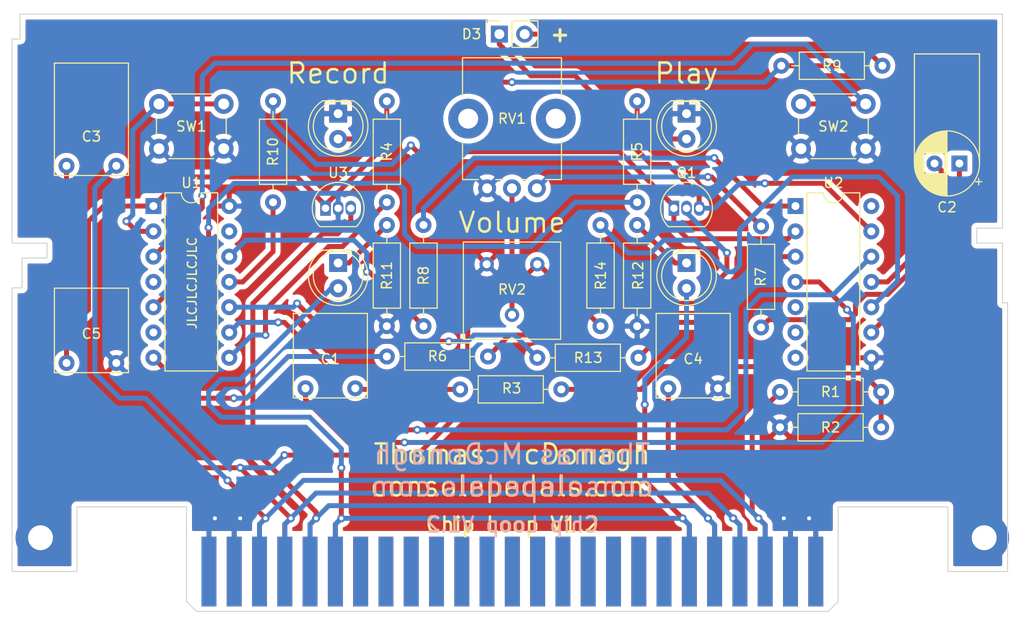
<source format=kicad_pcb>
(kicad_pcb (version 20171130) (host pcbnew "(5.1.7)-1")
  (layers (0 F.Cu signal) (31 B.Cu signal) (34 B.Paste user) (35 F.Paste user) (36 B.SilkS user) (37 F.SilkS user) (38 B.Mask user) (39 F.Mask user) (44 Edge.Cuts user))
  (net 0 "")
  (net 1 GND)
  (net 2 "Net-(C2-Pad1)")
  (net 3 /LEDPower)
  (net 4 /Input)
  (net 5 +9V)
  (net 6 +5V)
  (net 7 /REC)
  (net 8 "Net-(D1-Pad2)")
  (net 9 "Net-(D2-Pad2)")
  (net 10 "Net-(D3-Pad2)")
  (net 11 "Net-(D4-Pad1)")
  (net 12 "Net-(D5-Pad1)")
  (net 13 "Net-(Q1-Pad2)")
  (net 14 /PLAYE)
  (net 15 /LED_A)
  (net 16 /LED_B)
  (net 17 /Loop)
  (net 18 /SW_A)
  (net 19 /SW_B)
  (net 20 /FT)
  (net 21 /PLAYL)
  (net 22 "Net-(C1-Pad1)")
  (net 23 "Net-(C1-Pad2)")
  (net 24 "Net-(C2-Pad2)")
  (net 25 "Net-(D3-Pad1)")
  (net 26 "Net-(R1-Pad1)")
  (net 27 "Net-(R7-Pad1)")
  (net 28 /Output)
  (net 29 "Net-(Q1-Pad1)")
  (net 30 "Net-(R8-Pad1)")
  (net 31 "Net-(R13-Pad1)")
  (net 32 "Net-(R14-Pad2)")
  (net 33 "Net-(R14-Pad1)")
  (module Resistor_THT:R_Axial_DIN0207_L6.3mm_D2.5mm_P10.16mm_Horizontal (layer F.Cu) (at 120.142 101.346 90)
    (fp_text reference R11 (at 5.08 0 90) (layer F.SilkS))
    (fp_text value RLED)
    (pad 1 thru_hole circle (at 0 0 90) (size 1.6 1.6) (drill 0.8) (layers *.Cu *.Mask) (net 1 GND))
    (pad 2 thru_hole oval (at 10.16 0 90) (size 1.6 1.6) (drill 0.8) (layers *.Cu *.Mask) (net 11 "Net-(D4-Pad1)"))
  )
  (module LED_THT:LED_D5.0mm (layer F.Cu) (at 115.25 95 270)
    (fp_text reference D4 hide)
    (fp_text value LED)
    (pad 1 thru_hole rect (at 0 0 270) (size 1.8 1.8) (drill 0.9) (layers *.Cu *.Mask) (net 11 "Net-(D4-Pad1)"))
    (pad 2 thru_hole circle (at 2.54 0 270) (size 1.8 1.8) (drill 0.9) (layers *.Cu *.Mask) (net 3 /LEDPower))
  )
  (module LED_THT:LED_D5.0mm (layer F.Cu) (at 150.25 95 270)
    (fp_text reference D5 hide)
    (fp_text value LED)
    (pad 2 thru_hole circle (at 2.54 0 270) (size 1.8 1.8) (drill 0.9) (layers *.Cu *.Mask) (net 3 /LEDPower))
    (pad 1 thru_hole rect (at 0 0 270) (size 1.8 1.8) (drill 0.9) (layers *.Cu *.Mask) (net 12 "Net-(D5-Pad1)"))
  )
  (module MountingHole:MountingHole_2.5mm_Pad (layer F.Cu) (at 85.35 122.6)
    (fp_text reference H1 hide)
    (fp_text value MountingHole_Pad)
    (pad 1 thru_hole circle (at 0 0) (size 5 5) (drill 2.5) (layers *.Cu *.Mask) (net 1 GND))
  )
  (module MountingHole:MountingHole_2.5mm_Pad (layer F.Cu) (at 180.15 122.6)
    (fp_text reference H2 hide)
    (fp_text value MountingHole_Pad)
    (pad 1 thru_hole circle (at 0 0) (size 5 5) (drill 2.5) (layers *.Cu *.Mask) (net 1 GND))
  )
  (module libraries:N64-Connector-Wide (layer F.Cu) (at 132.75 126)
    (fp_text reference J2 hide)
    (fp_text value Conn_02x25_Counter_Clockwise)
    (pad 50 connect rect (at 30.48 0) (size 1.5 7) (layers B.Cu B.Mask) (net 1 GND))
    (pad 49 connect rect (at 27.94 0) (size 1.5 7) (layers B.Cu B.Mask) (net 1 GND))
    (pad 48 connect rect (at 25.4 0) (size 1.5 7) (layers B.Cu B.Mask) (net 4 /Input))
    (pad 47 connect rect (at 22.86 0) (size 1.5 7) (layers B.Cu B.Mask) (net 28 /Output))
    (pad 46 connect rect (at 20.32 0) (size 1.5 7) (layers B.Cu B.Mask) (net 5 +9V))
    (pad 45 connect rect (at 17.78 0) (size 1.5 7) (layers B.Cu B.Mask) (net 3 /LEDPower))
    (pad 44 connect rect (at 15.24 0) (size 1.5 7) (layers B.Cu B.Mask))
    (pad 43 connect rect (at 12.7 0) (size 1.5 7) (layers B.Cu B.Mask))
    (pad 42 connect rect (at 10.16 0) (size 1.5 7) (layers B.Cu B.Mask))
    (pad 41 connect rect (at 7.62 0) (size 1.5 7) (layers B.Cu B.Mask))
    (pad 40 connect rect (at 5.08 0) (size 1.5 7) (layers B.Cu B.Mask))
    (pad 39 connect rect (at 2.54 0) (size 1.5 7) (layers B.Cu B.Mask))
    (pad 38 connect rect (at 0 0) (size 1.5 7) (layers B.Cu B.Mask))
    (pad 37 connect rect (at -2.54 0) (size 1.5 7) (layers B.Cu B.Mask))
    (pad 36 connect rect (at -5.08 0) (size 1.5 7) (layers B.Cu B.Mask))
    (pad 35 connect rect (at -7.62 0) (size 1.5 7) (layers B.Cu B.Mask))
    (pad 34 connect rect (at -10.16 0) (size 1.5 7) (layers B.Cu B.Mask))
    (pad 33 connect rect (at -12.7 0) (size 1.5 7) (layers B.Cu B.Mask))
    (pad 32 connect rect (at -15.24 0) (size 1.5 7) (layers B.Cu B.Mask))
    (pad 31 connect rect (at -17.78 0) (size 1.5 7) (layers B.Cu B.Mask) (net 3 /LEDPower))
    (pad 30 connect rect (at -20.32 0) (size 1.5 7) (layers B.Cu B.Mask) (net 5 +9V))
    (pad 29 connect rect (at -22.86 0) (size 1.5 7) (layers B.Cu B.Mask) (net 28 /Output))
    (pad 28 connect rect (at -25.4 0) (size 1.5 7) (layers B.Cu B.Mask) (net 4 /Input))
    (pad 27 connect rect (at -27.94 0) (size 1.5 7) (layers B.Cu B.Mask) (net 1 GND))
    (pad 26 connect rect (at -30.48 0) (size 1.5 7) (layers B.Cu B.Mask) (net 1 GND))
    (pad 25 connect rect (at 30.48 0) (size 1.5 7) (layers F.Cu F.Mask) (net 1 GND))
    (pad 24 connect rect (at 27.94 0) (size 1.5 7) (layers F.Cu F.Mask) (net 1 GND))
    (pad 23 connect rect (at 25.4 0) (size 1.5 7) (layers F.Cu F.Mask) (net 4 /Input))
    (pad 22 connect rect (at 22.86 0) (size 1.5 7) (layers F.Cu F.Mask) (net 28 /Output))
    (pad 21 connect rect (at 20.32 0) (size 1.5 7) (layers F.Cu F.Mask) (net 5 +9V))
    (pad 20 connect rect (at 17.78 0) (size 1.5 7) (layers F.Cu F.Mask) (net 3 /LEDPower))
    (pad 19 connect rect (at 15.24 0) (size 1.5 7) (layers F.Cu F.Mask))
    (pad 18 connect rect (at 12.7 0) (size 1.5 7) (layers F.Cu F.Mask))
    (pad 17 connect rect (at 10.16 0) (size 1.5 7) (layers F.Cu F.Mask))
    (pad 16 connect rect (at 7.62 0) (size 1.5 7) (layers F.Cu F.Mask))
    (pad 15 connect rect (at 5.08 0) (size 1.5 7) (layers F.Cu F.Mask))
    (pad 14 connect rect (at 2.54 0) (size 1.5 7) (layers F.Cu F.Mask))
    (pad 13 connect rect (at 0 0) (size 1.5 7) (layers F.Cu F.Mask))
    (pad 12 connect rect (at -2.54 0) (size 1.5 7) (layers F.Cu F.Mask))
    (pad 11 connect rect (at -5.08 0) (size 1.5 7) (layers F.Cu F.Mask))
    (pad 10 connect rect (at -7.62 0) (size 1.5 7) (layers F.Cu F.Mask))
    (pad 9 connect rect (at -10.16 0) (size 1.5 7) (layers F.Cu F.Mask))
    (pad 8 connect rect (at -12.7 0) (size 1.5 7) (layers F.Cu F.Mask))
    (pad 7 connect rect (at -15.24 0) (size 1.5 7) (layers F.Cu F.Mask))
    (pad 6 connect rect (at -17.78 0) (size 1.5 7) (layers F.Cu F.Mask) (net 3 /LEDPower))
    (pad 5 connect rect (at -20.32 0) (size 1.5 7) (layers F.Cu F.Mask) (net 5 +9V))
    (pad 4 connect rect (at -22.86 0) (size 1.5 7) (layers F.Cu F.Mask) (net 28 /Output))
    (pad 3 connect rect (at -25.4 0) (size 1.5 7) (layers F.Cu F.Mask) (net 4 /Input))
    (pad 2 connect rect (at -27.94 0) (size 1.5 7) (layers F.Cu F.Mask) (net 1 GND))
    (pad 1 connect rect (at -30.48 0) (size 1.5 7) (layers F.Cu F.Mask) (net 1 GND))
  )
  (module libraries:C_Flat_L7.2_H6.5 (layer F.Cu) (at 153.416 107.188 180)
    (fp_text reference C4 (at 2.5 2.54) (layer F.SilkS))
    (fp_text value 0.33uF)
    (pad 1 thru_hole circle (at 0 -0.4 180) (size 1.6 1.6) (drill 0.8) (layers *.Cu *.Mask) (net 1 GND))
    (pad 2 thru_hole circle (at 5 -0.4 180) (size 1.6 1.6) (drill 0.8) (layers *.Cu *.Mask) (net 5 +9V))
  )
  (module libraries:C_Flat_L7.2_H6.5 (layer F.Cu) (at 92.964 104.648 180)
    (fp_text reference C5 (at 2.5 2.54) (layer F.SilkS))
    (fp_text value 0.1uF)
    (pad 2 thru_hole circle (at 5 -0.4 180) (size 1.6 1.6) (drill 0.8) (layers *.Cu *.Mask) (net 6 +5V))
    (pad 1 thru_hole circle (at 0 -0.4 180) (size 1.6 1.6) (drill 0.8) (layers *.Cu *.Mask) (net 1 GND))
  )
  (module LED_THT:LED_D5.0mm (layer F.Cu) (at 115.25 80 270)
    (fp_text reference D1 hide)
    (fp_text value LED)
    (pad 2 thru_hole circle (at 2.54 0 270) (size 1.8 1.8) (drill 0.9) (layers *.Cu *.Mask) (net 8 "Net-(D1-Pad2)"))
    (pad 1 thru_hole rect (at 0 0 270) (size 1.8 1.8) (drill 0.9) (layers *.Cu *.Mask) (net 1 GND))
  )
  (module LED_THT:LED_D5.0mm (layer F.Cu) (at 150.25 80 270)
    (fp_text reference D2 hide)
    (fp_text value LED)
    (pad 1 thru_hole rect (at 0 0 270) (size 1.8 1.8) (drill 0.9) (layers *.Cu *.Mask) (net 1 GND))
    (pad 2 thru_hole circle (at 2.54 0 270) (size 1.8 1.8) (drill 0.9) (layers *.Cu *.Mask) (net 9 "Net-(D2-Pad2)"))
  )
  (module Package_TO_SOT_THT:TO-92_Inline (layer F.Cu) (at 148.98 89.5)
    (fp_text reference Q1 (at 1.27 -3.56) (layer F.SilkS))
    (fp_text value 2N3904)
    (pad 2 thru_hole oval (at 1.27 0) (size 1.05 1.5) (drill 0.75) (layers *.Cu *.Mask) (net 13 "Net-(Q1-Pad2)"))
    (pad 3 thru_hole oval (at 2.54 0) (size 1.05 1.5) (drill 0.75) (layers *.Cu *.Mask) (net 25 "Net-(D3-Pad1)"))
    (pad 1 thru_hole rect (at 0 0) (size 1.05 1.5) (drill 0.75) (layers *.Cu *.Mask) (net 29 "Net-(Q1-Pad1)"))
  )
  (module Resistor_THT:R_Axial_DIN0207_L6.3mm_D2.5mm_P10.16mm_Horizontal (layer F.Cu) (at 159.766 75.184)
    (fp_text reference R9 (at 5.08 0.013999) (layer F.SilkS))
    (fp_text value RLED)
    (pad 2 thru_hole oval (at 10.16 0) (size 1.6 1.6) (drill 0.8) (layers *.Cu *.Mask) (net 10 "Net-(D3-Pad2)"))
    (pad 1 thru_hole circle (at 0 0) (size 1.6 1.6) (drill 0.8) (layers *.Cu *.Mask) (net 6 +5V))
  )
  (module Resistor_THT:R_Axial_DIN0207_L6.3mm_D2.5mm_P10.16mm_Horizontal (layer F.Cu) (at 120.142 88.9 90)
    (fp_text reference R4 (at 5.08 -0.000001 90) (layer F.SilkS))
    (fp_text value RLED)
    (pad 2 thru_hole oval (at 10.16 0 90) (size 1.6 1.6) (drill 0.8) (layers *.Cu *.Mask) (net 8 "Net-(D1-Pad2)"))
    (pad 1 thru_hole circle (at 0 0 90) (size 1.6 1.6) (drill 0.8) (layers *.Cu *.Mask) (net 15 /LED_A))
  )
  (module Resistor_THT:R_Axial_DIN0207_L6.3mm_D2.5mm_P10.16mm_Horizontal (layer F.Cu) (at 145.288 88.9 90)
    (fp_text reference R5 (at 5.08 -0.000001 90) (layer F.SilkS))
    (fp_text value RLED)
    (pad 1 thru_hole circle (at 0 0 90) (size 1.6 1.6) (drill 0.8) (layers *.Cu *.Mask) (net 16 /LED_B))
    (pad 2 thru_hole oval (at 10.16 0 90) (size 1.6 1.6) (drill 0.8) (layers *.Cu *.Mask) (net 9 "Net-(D2-Pad2)"))
  )
  (module Resistor_THT:R_Axial_DIN0207_L6.3mm_D2.5mm_P10.16mm_Horizontal (layer F.Cu) (at 130.302 104.394 180)
    (fp_text reference R6 (at 5.073999 0.027999) (layer F.SilkS))
    (fp_text value 1K)
    (pad 2 thru_hole oval (at 10.16 0 180) (size 1.6 1.6) (drill 0.8) (layers *.Cu *.Mask) (net 17 /Loop))
    (pad 1 thru_hole circle (at 0 0 180) (size 1.6 1.6) (drill 0.8) (layers *.Cu *.Mask) (net 13 "Net-(Q1-Pad2)"))
  )
  (module Resistor_THT:R_Axial_DIN0207_L6.3mm_D2.5mm_P10.16mm_Horizontal (layer F.Cu) (at 145.288 91.186 270)
    (fp_text reference R12 (at 5.08 -0.100001 90) (layer F.SilkS))
    (fp_text value RLED)
    (pad 1 thru_hole circle (at 0 0 270) (size 1.6 1.6) (drill 0.8) (layers *.Cu *.Mask) (net 12 "Net-(D5-Pad1)"))
    (pad 2 thru_hole oval (at 10.16 0 270) (size 1.6 1.6) (drill 0.8) (layers *.Cu *.Mask) (net 1 GND))
  )
  (module Potentiometer_THT:Potentiometer_Bourns_PTV09A-1_Single_Vertical (layer F.Cu) (at 135.215 87.5 90)
    (fp_text reference RV1 (at 7 -2.5 180) (layer F.SilkS))
    (fp_text value "500KL Volume")
    (pad 3 thru_hole circle (at 0 -5 90) (size 1.8 1.8) (drill 1) (layers *.Cu *.Mask) (net 1 GND))
    (pad 2 thru_hole circle (at 0 -2.5 90) (size 1.8 1.8) (drill 1) (layers *.Cu *.Mask) (net 28 /Output))
    (pad 1 thru_hole circle (at 0 0 90) (size 1.8 1.8) (drill 1) (layers *.Cu *.Mask) (net 27 "Net-(R7-Pad1)"))
    (pad "" np_thru_hole circle (at 7 -6.9 90) (size 4 4) (drill 2) (layers *.Cu *.Mask))
    (pad "" np_thru_hole circle (at 7 1.9 90) (size 4 4) (drill 2) (layers *.Cu *.Mask))
  )
  (module Button_Switch_THT:SW_PUSH_6mm (layer F.Cu) (at 97.25 79.02)
    (fp_text reference SW1 (at 3.25 2.26) (layer F.SilkS))
    (fp_text value SW_A)
    (pad 2 thru_hole circle (at 0 4.5 90) (size 2 2) (drill 1.1) (layers *.Cu *.Mask) (net 1 GND))
    (pad 1 thru_hole circle (at 0 0 90) (size 2 2) (drill 1.1) (layers *.Cu *.Mask) (net 18 /SW_A))
    (pad 2 thru_hole circle (at 6.5 4.5 90) (size 2 2) (drill 1.1) (layers *.Cu *.Mask) (net 1 GND))
    (pad 1 thru_hole circle (at 6.5 0 90) (size 2 2) (drill 1.1) (layers *.Cu *.Mask) (net 18 /SW_A))
  )
  (module Button_Switch_THT:SW_PUSH_6mm (layer F.Cu) (at 161.75 79.02)
    (fp_text reference SW2 (at 3.25 2.26) (layer F.SilkS))
    (fp_text value SW_B)
    (pad 1 thru_hole circle (at 6.5 0 90) (size 2 2) (drill 1.1) (layers *.Cu *.Mask) (net 19 /SW_B))
    (pad 2 thru_hole circle (at 6.5 4.5 90) (size 2 2) (drill 1.1) (layers *.Cu *.Mask) (net 1 GND))
    (pad 1 thru_hole circle (at 0 0 90) (size 2 2) (drill 1.1) (layers *.Cu *.Mask) (net 19 /SW_B))
    (pad 2 thru_hole circle (at 0 4.5 90) (size 2 2) (drill 1.1) (layers *.Cu *.Mask) (net 1 GND))
  )
  (module Package_DIP:DIP-14_W7.62mm (layer F.Cu) (at 96.69 89.281)
    (fp_text reference U1 (at 3.81 -2.33) (layer F.SilkS))
    (fp_text value ATtiny84A-PU)
    (pad 1 thru_hole rect (at 0 0) (size 1.6 1.6) (drill 0.8) (layers *.Cu *.Mask) (net 6 +5V))
    (pad 8 thru_hole oval (at 7.62 15.24) (size 1.6 1.6) (drill 0.8) (layers *.Cu *.Mask) (net 15 /LED_A))
    (pad 2 thru_hole oval (at 0 2.54) (size 1.6 1.6) (drill 0.8) (layers *.Cu *.Mask) (net 18 /SW_A))
    (pad 9 thru_hole oval (at 7.62 12.7) (size 1.6 1.6) (drill 0.8) (layers *.Cu *.Mask) (net 20 /FT))
    (pad 3 thru_hole oval (at 0 5.08) (size 1.6 1.6) (drill 0.8) (layers *.Cu *.Mask) (net 19 /SW_B))
    (pad 10 thru_hole oval (at 7.62 10.16) (size 1.6 1.6) (drill 0.8) (layers *.Cu *.Mask) (net 21 /PLAYL))
    (pad 4 thru_hole oval (at 0 7.62) (size 1.6 1.6) (drill 0.8) (layers *.Cu *.Mask))
    (pad 11 thru_hole oval (at 7.62 7.62) (size 1.6 1.6) (drill 0.8) (layers *.Cu *.Mask) (net 14 /PLAYE))
    (pad 5 thru_hole oval (at 0 10.16) (size 1.6 1.6) (drill 0.8) (layers *.Cu *.Mask) (net 16 /LED_B))
    (pad 12 thru_hole oval (at 7.62 5.08) (size 1.6 1.6) (drill 0.8) (layers *.Cu *.Mask) (net 7 /REC))
    (pad 6 thru_hole oval (at 0 12.7) (size 1.6 1.6) (drill 0.8) (layers *.Cu *.Mask))
    (pad 13 thru_hole oval (at 7.62 2.54) (size 1.6 1.6) (drill 0.8) (layers *.Cu *.Mask))
    (pad 7 thru_hole oval (at 0 15.24) (size 1.6 1.6) (drill 0.8) (layers *.Cu *.Mask) (net 17 /Loop))
    (pad 14 thru_hole oval (at 7.62 0) (size 1.6 1.6) (drill 0.8) (layers *.Cu *.Mask) (net 1 GND))
  )
  (module Package_DIP:DIP-14_W7.62mm (layer F.Cu) (at 161.19 89.281)
    (fp_text reference U2 (at 3.81 -2.33) (layer F.SilkS))
    (fp_text value ISD1820P)
    (pad 14 thru_hole oval (at 7.62 0) (size 1.6 1.6) (drill 0.8) (layers *.Cu *.Mask))
    (pad 7 thru_hole oval (at 0 15.24) (size 1.6 1.6) (drill 0.8) (layers *.Cu *.Mask))
    (pad 13 thru_hole oval (at 7.62 2.54) (size 1.6 1.6) (drill 0.8) (layers *.Cu *.Mask) (net 25 "Net-(D3-Pad1)"))
    (pad 6 thru_hole oval (at 0 12.7) (size 1.6 1.6) (drill 0.8) (layers *.Cu *.Mask))
    (pad 12 thru_hole oval (at 7.62 5.08) (size 1.6 1.6) (drill 0.8) (layers *.Cu *.Mask) (net 20 /FT))
    (pad 5 thru_hole oval (at 0 10.16) (size 1.6 1.6) (drill 0.8) (layers *.Cu *.Mask))
    (pad 11 thru_hole oval (at 7.62 7.62) (size 1.6 1.6) (drill 0.8) (layers *.Cu *.Mask) (net 6 +5V))
    (pad 4 thru_hole oval (at 0 7.62) (size 1.6 1.6) (drill 0.8) (layers *.Cu *.Mask) (net 23 "Net-(C1-Pad2)"))
    (pad 10 thru_hole oval (at 7.62 10.16) (size 1.6 1.6) (drill 0.8) (layers *.Cu *.Mask) (net 32 "Net-(R14-Pad2)"))
    (pad 3 thru_hole oval (at 0 5.08) (size 1.6 1.6) (drill 0.8) (layers *.Cu *.Mask) (net 31 "Net-(R13-Pad1)"))
    (pad 9 thru_hole oval (at 7.62 12.7) (size 1.6 1.6) (drill 0.8) (layers *.Cu *.Mask) (net 2 "Net-(C2-Pad1)"))
    (pad 2 thru_hole oval (at 0 2.54) (size 1.6 1.6) (drill 0.8) (layers *.Cu *.Mask) (net 29 "Net-(Q1-Pad1)"))
    (pad 8 thru_hole oval (at 7.62 15.24) (size 1.6 1.6) (drill 0.8) (layers *.Cu *.Mask) (net 1 GND))
    (pad 1 thru_hole rect (at 0 0) (size 1.6 1.6) (drill 0.8) (layers *.Cu *.Mask) (net 30 "Net-(R8-Pad1)"))
  )
  (module Connector_PinSocket_2.54mm:PinSocket_1x02_P2.54mm_Vertical (layer F.Cu) (at 131.445 72.009 90)
    (fp_text reference D3 (at 0 -2.794 180) (layer F.SilkS))
    (fp_text value LED)
    (pad 1 thru_hole rect (at 0 0 90) (size 1.7 1.7) (drill 1) (layers *.Cu *.Mask) (net 25 "Net-(D3-Pad1)"))
    (pad 2 thru_hole oval (at 0 2.54 90) (size 1.7 1.7) (drill 1) (layers *.Cu *.Mask) (net 10 "Net-(D3-Pad2)"))
  )
  (module Package_TO_SOT_THT:TO-92_Inline (layer F.Cu) (at 113.98 89.5)
    (fp_text reference U3 (at 1.27 -3.56) (layer F.SilkS))
    (fp_text value L78L05_TO92)
    (pad 2 thru_hole oval (at 1.27 0) (size 1.05 1.5) (drill 0.75) (layers *.Cu *.Mask) (net 1 GND))
    (pad 3 thru_hole oval (at 2.54 0) (size 1.05 1.5) (drill 0.75) (layers *.Cu *.Mask) (net 5 +9V))
    (pad 1 thru_hole rect (at 0 0) (size 1.05 1.5) (drill 0.75) (layers *.Cu *.Mask) (net 6 +5V))
  )
  (module libraries:C_Flat_L7.2_H6.5 (layer F.Cu) (at 116.967 107.188 180)
    (fp_text reference C1 (at 2.5 2.54) (layer F.SilkS))
    (fp_text value 0.1uF)
    (pad 1 thru_hole circle (at 0 -0.4 180) (size 1.6 1.6) (drill 0.8) (layers *.Cu *.Mask) (net 22 "Net-(C1-Pad1)"))
    (pad 2 thru_hole circle (at 5 -0.4 180) (size 1.6 1.6) (drill 0.8) (layers *.Cu *.Mask) (net 23 "Net-(C1-Pad2)"))
  )
  (module libraries:CP_Radial_D6.3mm_P2.50mm (layer F.Cu) (at 177.66 85 180)
    (fp_text reference C2 (at 1.25 -4.4) (layer F.SilkS))
    (fp_text value 100uF)
    (pad 1 thru_hole rect (at 0 0 180) (size 1.6 1.6) (drill 0.8) (layers *.Cu *.Mask) (net 2 "Net-(C2-Pad1)"))
    (pad 2 thru_hole circle (at 2.5 0 180) (size 1.6 1.6) (drill 0.8) (layers *.Cu *.Mask) (net 24 "Net-(C2-Pad2)"))
  )
  (module Resistor_THT:R_Axial_DIN0207_L6.3mm_D2.5mm_P10.16mm_Horizontal (layer F.Cu) (at 169.799 107.95 180)
    (fp_text reference R1 (at 5.08 -0.001001) (layer F.SilkS))
    (fp_text value 47K)
    (pad 2 thru_hole oval (at 10.16 0 180) (size 1.6 1.6) (drill 0.8) (layers *.Cu *.Mask) (net 4 /Input))
    (pad 1 thru_hole circle (at 0 0 180) (size 1.6 1.6) (drill 0.8) (layers *.Cu *.Mask) (net 26 "Net-(R1-Pad1)"))
  )
  (module Resistor_THT:R_Axial_DIN0207_L6.3mm_D2.5mm_P10.16mm_Horizontal (layer F.Cu) (at 159.639 111.506)
    (fp_text reference R2 (at 5.08 0.012999) (layer F.SilkS))
    (fp_text value 1K)
    (pad 1 thru_hole circle (at 0 0) (size 1.6 1.6) (drill 0.8) (layers *.Cu *.Mask) (net 1 GND))
    (pad 2 thru_hole oval (at 10.16 0) (size 1.6 1.6) (drill 0.8) (layers *.Cu *.Mask) (net 26 "Net-(R1-Pad1)"))
  )
  (module Resistor_THT:R_Axial_DIN0207_L6.3mm_D2.5mm_P10.16mm_Horizontal (layer F.Cu) (at 127.508 107.696)
    (fp_text reference R3 (at 5.168999 -0.100001) (layer F.SilkS))
    (fp_text value 47K)
    (pad 2 thru_hole oval (at 10.16 0) (size 1.6 1.6) (drill 0.8) (layers *.Cu *.Mask) (net 26 "Net-(R1-Pad1)"))
    (pad 1 thru_hole circle (at 0 0) (size 1.6 1.6) (drill 0.8) (layers *.Cu *.Mask) (net 22 "Net-(C1-Pad1)"))
  )
  (module Resistor_THT:R_Axial_DIN0207_L6.3mm_D2.5mm_P10.16mm_Horizontal (layer F.Cu) (at 157.734 91.313 270)
    (fp_text reference R7 (at 5.08 0.040999 90) (layer F.SilkS))
    (fp_text value 1K)
    (pad 1 thru_hole circle (at 0 0 270) (size 1.6 1.6) (drill 0.8) (layers *.Cu *.Mask) (net 27 "Net-(R7-Pad1)"))
    (pad 2 thru_hole oval (at 10.16 0 270) (size 1.6 1.6) (drill 0.8) (layers *.Cu *.Mask) (net 24 "Net-(C2-Pad2)"))
  )
  (module libraries:C_Flat_L7.2_H10 (layer F.Cu) (at 92.964 84.836 180)
    (fp_text reference C3 (at 2.5 2.54) (layer F.SilkS))
    (fp_text value 1uF)
    (pad 1 thru_hole circle (at 0 -0.4 180) (size 1.6 1.6) (drill 0.8) (layers *.Cu *.Mask) (net 4 /Input))
    (pad 2 thru_hole circle (at 5 -0.4 180) (size 1.6 1.6) (drill 0.8) (layers *.Cu *.Mask) (net 28 /Output))
  )
  (module Resistor_THT:R_Axial_DIN0207_L6.3mm_D2.5mm_P10.16mm_Horizontal (layer F.Cu) (at 123.825 91.186 270)
    (fp_text reference R8 (at 5.08 -0.001001 90) (layer F.SilkS))
    (fp_text value 47K)
    (pad 1 thru_hole circle (at 0 0 270) (size 1.6 1.6) (drill 0.8) (layers *.Cu *.Mask) (net 30 "Net-(R8-Pad1)"))
    (pad 2 thru_hole oval (at 10.16 0 270) (size 1.6 1.6) (drill 0.8) (layers *.Cu *.Mask) (net 7 /REC))
  )
  (module Resistor_THT:R_Axial_DIN0207_L6.3mm_D2.5mm_P10.16mm_Horizontal (layer F.Cu) (at 108.712 78.74 270)
    (fp_text reference R10 (at 5.08 0.012999 90) (layer F.SilkS))
    (fp_text value 47K)
    (pad 2 thru_hole oval (at 10.16 0 270) (size 1.6 1.6) (drill 0.8) (layers *.Cu *.Mask) (net 14 /PLAYE))
    (pad 1 thru_hole circle (at 0 0 270) (size 1.6 1.6) (drill 0.8) (layers *.Cu *.Mask) (net 29 "Net-(Q1-Pad1)"))
  )
  (module Resistor_THT:R_Axial_DIN0207_L6.3mm_D2.5mm_P10.16mm_Horizontal (layer F.Cu) (at 145.415 104.521 180)
    (fp_text reference R13 (at 5.045999 -0.001001) (layer F.SilkS))
    (fp_text value 47K)
    (pad 1 thru_hole circle (at 0 0 180) (size 1.6 1.6) (drill 0.8) (layers *.Cu *.Mask) (net 31 "Net-(R13-Pad1)"))
    (pad 2 thru_hole oval (at 10.16 0 180) (size 1.6 1.6) (drill 0.8) (layers *.Cu *.Mask) (net 21 /PLAYL))
  )
  (module Resistor_THT:R_Axial_DIN0207_L6.3mm_D2.5mm_P10.16mm_Horizontal (layer F.Cu) (at 141.605 101.346 90)
    (fp_text reference R14 (at 5.08 0.026999 90) (layer F.SilkS))
    (fp_text value 82K)
    (pad 2 thru_hole oval (at 10.16 0 90) (size 1.6 1.6) (drill 0.8) (layers *.Cu *.Mask) (net 32 "Net-(R14-Pad2)"))
    (pad 1 thru_hole circle (at 0 0 90) (size 1.6 1.6) (drill 0.8) (layers *.Cu *.Mask) (net 33 "Net-(R14-Pad1)"))
  )
  (module Potentiometer_THT:Potentiometer_Bourns_3386F_Vertical (layer F.Cu) (at 130.175 95.123 270)
    (fp_text reference RV2 (at 2.54 -2.54 180) (layer F.SilkS))
    (fp_text value 100K)
    (pad 3 thru_hole circle (at 0 -5.08 270) (size 1.44 1.44) (drill 0.8) (layers *.Cu *.Mask) (net 33 "Net-(R14-Pad1)"))
    (pad 2 thru_hole circle (at 5.08 -2.54 270) (size 1.44 1.44) (drill 0.8) (layers *.Cu *.Mask) (net 33 "Net-(R14-Pad1)"))
    (pad 1 thru_hole circle (at 0 0 270) (size 1.44 1.44) (drill 0.8) (layers *.Cu *.Mask) (net 1 GND))
  )
  (gr_text + (at 137.541 72.009) (layer F.SilkS) (effects (font (size 1.5 1.5) (thickness 0.3))))
  (gr_text Play (at 150.25 75.946) (layer F.SilkS) (effects (font (size 2 2) (thickness 0.25))))
  (gr_text Record (at 115.25 75.946) (layer F.SilkS) (effects (font (size 2 2) (thickness 0.25))))
  (gr_text Volume (at 132.715 90.932) (layer F.SilkS) (effects (font (size 2 2) (thickness 0.25))))
  (gr_text JLCJLCJLCJLC (at 100.584 97.028 90) (layer F.SilkS) (effects (font (size 0.9 0.9))))
  (gr_line (start 182 70) (end 83.3 70) (layer Edge.Cuts) (width 0.1))
  (gr_line (start 182 70) (end 182 91.5) (layer Edge.Cuts) (width 0.1))
  (gr_line (start 182 91.5) (end 179.4 91.5) (layer Edge.Cuts) (width 0.1))
  (gr_line (start 179.4 93) (end 179.4 91.5) (layer Edge.Cuts) (width 0.1))
  (gr_line (start 182 93) (end 179.4 93) (layer Edge.Cuts) (width 0.1))
  (gr_line (start 83.3 72.5) (end 83.3 70) (layer Edge.Cuts) (width 0.1))
  (gr_line (start 82.5 72.5) (end 83.3 72.5) (layer Edge.Cuts) (width 0.1))
  (gr_line (start 82.5 93) (end 82.5 72.5) (layer Edge.Cuts) (width 0.1))
  (gr_line (start 86 93) (end 82.5 93) (layer Edge.Cuts) (width 0.1))
  (gr_text "Chip Loop V1.2" (at 132.75 121.285) (layer B.SilkS) (effects (font (size 1.5 1.5) (thickness 0.25)) (justify mirror)))
  (gr_text "Chip Loop V1.2" (at 132.75 121.285) (layer F.SilkS) (effects (font (size 1.5 1.5) (thickness 0.25))))
  (gr_text "Thomas McDonagh\nconsolepedals.com" (at 132.715 115.824) (layer B.SilkS) (effects (font (size 2 2) (thickness 0.25)) (justify mirror)))
  (gr_text "Thomas McDonagh\nconsolepedals.com" (at 132.715 115.824) (layer F.SilkS) (effects (font (size 2 2) (thickness 0.25))))
  (gr_line (start 182 93) (end 182 99) (layer Edge.Cuts) (width 0.1))
  (gr_line (start 182.5 99) (end 182 99) (layer Edge.Cuts) (width 0.1))
  (gr_line (start 182.5 126) (end 182.5 99) (layer Edge.Cuts) (width 0.1))
  (gr_line (start 182.5 126) (end 176.5 126) (layer Edge.Cuts) (width 0.1))
  (gr_line (start 176.5 119.5) (end 176.5 126) (layer Edge.Cuts) (width 0.1))
  (gr_line (start 176.5 119.5) (end 165.48 119.5) (layer Edge.Cuts) (width 0.1))
  (gr_line (start 165.48 129) (end 165.48 119.5) (layer Edge.Cuts) (width 0.1))
  (gr_line (start 165.48 129) (end 164.48 130) (layer Edge.Cuts) (width 0.1))
  (gr_line (start 86 94.5) (end 86 93) (layer Edge.Cuts) (width 0.1))
  (gr_line (start 83.5 94.5) (end 86 94.5) (layer Edge.Cuts) (width 0.1))
  (gr_line (start 83.5 97.5) (end 83.5 94.5) (layer Edge.Cuts) (width 0.1))
  (gr_line (start 82.5 97.5) (end 83.5 97.5) (layer Edge.Cuts) (width 0.1))
  (gr_line (start 82.5 126) (end 82.5 97.5) (layer Edge.Cuts) (width 0.1))
  (gr_line (start 89 126) (end 82.5 126) (layer Edge.Cuts) (width 0.1))
  (gr_line (start 89 119.5) (end 89 126) (layer Edge.Cuts) (width 0.1))
  (gr_line (start 100.02 119.5) (end 89 119.5) (layer Edge.Cuts) (width 0.1))
  (gr_line (start 100.02 129) (end 100.02 119.5) (layer Edge.Cuts) (width 0.1))
  (gr_line (start 100.02 129) (end 101.02 130) (layer Edge.Cuts) (width 0.1))
  (gr_line (start 164.48 130) (end 101.02 130) (layer Edge.Cuts) (width 0.1))
  (via (at 160.02 120.65) (size 0.8) (drill 0.4) (layers F.Cu B.Cu) (net 1))
  (segment (start 160.69 121.32) (end 160.02 120.65) (width 0.5) (layer F.Cu) (net 1))
  (segment (start 160.69 126) (end 160.69 121.32) (width 0.5) (layer F.Cu) (net 1))
  (segment (start 160.69 121.32) (end 160.69 126) (width 0.5) (layer B.Cu) (net 1))
  (segment (start 160.02 120.65) (end 160.69 121.32) (width 0.5) (layer B.Cu) (net 1))
  (via (at 162.56 120.65) (size 0.8) (drill 0.4) (layers F.Cu B.Cu) (net 1))
  (segment (start 163.23 121.32) (end 162.56 120.65) (width 0.5) (layer B.Cu) (net 1))
  (segment (start 163.23 126) (end 163.23 121.32) (width 0.5) (layer B.Cu) (net 1))
  (segment (start 163.23 121.32) (end 163.23 126) (width 0.5) (layer F.Cu) (net 1))
  (segment (start 162.56 120.65) (end 163.23 121.32) (width 0.5) (layer F.Cu) (net 1))
  (via (at 105.41 120.65) (size 0.8) (drill 0.4) (layers F.Cu B.Cu) (net 1))
  (segment (start 104.81 121.25) (end 105.41 120.65) (width 0.5) (layer F.Cu) (net 1))
  (segment (start 104.81 126) (end 104.81 121.25) (width 0.5) (layer F.Cu) (net 1))
  (segment (start 104.81 121.25) (end 104.81 126) (width 0.5) (layer B.Cu) (net 1))
  (segment (start 105.41 120.65) (end 104.81 121.25) (width 0.5) (layer B.Cu) (net 1))
  (via (at 102.87 120.65) (size 0.8) (drill 0.4) (layers F.Cu B.Cu) (net 1))
  (segment (start 102.27 121.25) (end 102.87 120.65) (width 0.5) (layer B.Cu) (net 1))
  (segment (start 102.27 126) (end 102.27 121.25) (width 0.5) (layer B.Cu) (net 1))
  (segment (start 102.27 121.25) (end 102.27 126) (width 0.5) (layer F.Cu) (net 1))
  (segment (start 102.87 120.65) (end 102.27 121.25) (width 0.5) (layer F.Cu) (net 1))
  (segment (start 168.81 101.981) (end 176.53 94.261) (width 0.5) (layer F.Cu) (net 2))
  (segment (start 176.53 94.261) (end 176.53 89.535) (width 0.5) (layer F.Cu) (net 2))
  (segment (start 177.66 88.405) (end 177.66 85) (width 0.5) (layer F.Cu) (net 2))
  (segment (start 176.53 89.535) (end 177.66 88.405) (width 0.5) (layer F.Cu) (net 2))
  (via (at 115.57 120.65) (size 0.8) (drill 0.4) (layers F.Cu B.Cu) (net 3))
  (segment (start 114.97 121.25) (end 115.57 120.65) (width 0.5) (layer B.Cu) (net 3))
  (segment (start 114.97 126) (end 114.97 121.25) (width 0.5) (layer B.Cu) (net 3))
  (segment (start 114.97 121.25) (end 114.97 126) (width 0.5) (layer F.Cu) (net 3))
  (segment (start 115.57 120.65) (end 114.97 121.25) (width 0.5) (layer F.Cu) (net 3))
  (via (at 149.86 120.65) (size 0.8) (drill 0.4) (layers F.Cu B.Cu) (net 3))
  (segment (start 150.53 121.32) (end 149.86 120.65) (width 0.5) (layer F.Cu) (net 3))
  (segment (start 150.53 126) (end 150.53 121.32) (width 0.5) (layer F.Cu) (net 3))
  (segment (start 150.53 121.32) (end 150.53 126) (width 0.5) (layer B.Cu) (net 3))
  (segment (start 149.86 120.65) (end 150.53 121.32) (width 0.5) (layer B.Cu) (net 3))
  (segment (start 115.57 120.65) (end 149.86 120.65) (width 0.5) (layer B.Cu) (net 3))
  (via (at 146.05 109.22) (size 0.8) (drill 0.4) (layers F.Cu B.Cu) (net 3))
  (segment (start 146.05 116.84) (end 146.05 109.22) (width 0.5) (layer F.Cu) (net 3))
  (segment (start 149.86 120.65) (end 146.05 116.84) (width 0.5) (layer F.Cu) (net 3))
  (segment (start 146.05 109.22) (end 146.05 106.68) (width 0.5) (layer B.Cu) (net 3))
  (segment (start 150.25 102.48) (end 150.25 97.54) (width 0.5) (layer B.Cu) (net 3))
  (segment (start 146.05 106.68) (end 150.25 102.48) (width 0.5) (layer B.Cu) (net 3))
  (via (at 115.57 115.57) (size 0.8) (drill 0.4) (layers F.Cu B.Cu) (net 3))
  (segment (start 115.57 120.65) (end 115.57 115.57) (width 0.5) (layer F.Cu) (net 3))
  (segment (start 105.41 106.68) (end 114.55 97.54) (width 0.5) (layer B.Cu) (net 3))
  (segment (start 103.505 106.68) (end 105.41 106.68) (width 0.5) (layer B.Cu) (net 3))
  (segment (start 102.235 107.95) (end 103.505 106.68) (width 0.5) (layer B.Cu) (net 3))
  (segment (start 102.235 109.22) (end 102.235 107.95) (width 0.5) (layer B.Cu) (net 3))
  (segment (start 103.505 110.49) (end 102.235 109.22) (width 0.5) (layer B.Cu) (net 3))
  (segment (start 112.395 110.49) (end 103.505 110.49) (width 0.5) (layer B.Cu) (net 3))
  (segment (start 114.55 97.54) (end 115.25 97.54) (width 0.5) (layer B.Cu) (net 3))
  (segment (start 115.57 113.665) (end 112.395 110.49) (width 0.5) (layer B.Cu) (net 3))
  (segment (start 115.57 115.57) (end 115.57 113.665) (width 0.5) (layer B.Cu) (net 3))
  (via (at 107.95 120.65) (size 0.8) (drill 0.4) (layers F.Cu B.Cu) (net 4))
  (segment (start 107.35 121.25) (end 107.95 120.65) (width 0.5) (layer F.Cu) (net 4))
  (segment (start 107.35 126) (end 107.35 121.25) (width 0.5) (layer F.Cu) (net 4))
  (segment (start 107.35 121.25) (end 107.35 126) (width 0.5) (layer B.Cu) (net 4))
  (segment (start 107.95 120.65) (end 107.35 121.25) (width 0.5) (layer B.Cu) (net 4))
  (via (at 157.48 120.65) (size 0.8) (drill 0.4) (layers F.Cu B.Cu) (net 4))
  (segment (start 158.15 121.32) (end 157.48 120.65) (width 0.5) (layer B.Cu) (net 4))
  (segment (start 158.15 126) (end 158.15 121.32) (width 0.5) (layer B.Cu) (net 4))
  (segment (start 158.15 121.32) (end 158.15 126) (width 0.5) (layer F.Cu) (net 4))
  (segment (start 157.48 120.65) (end 158.15 121.32) (width 0.5) (layer F.Cu) (net 4))
  (segment (start 159.639 107.95) (end 156.845 110.744) (width 0.5) (layer F.Cu) (net 4))
  (segment (start 156.845 120.015) (end 157.48 120.65) (width 0.5) (layer F.Cu) (net 4))
  (segment (start 156.845 110.744) (end 156.845 120.015) (width 0.5) (layer F.Cu) (net 4))
  (segment (start 107.95 120.65) (end 111.76 116.84) (width 0.5) (layer B.Cu) (net 4))
  (segment (start 153.67 116.84) (end 157.48 120.65) (width 0.5) (layer B.Cu) (net 4))
  (segment (start 111.76 116.84) (end 153.67 116.84) (width 0.5) (layer B.Cu) (net 4))
  (via (at 104.14 116.84) (size 0.8) (drill 0.4) (layers F.Cu B.Cu) (net 4))
  (segment (start 107.95 120.65) (end 104.14 116.84) (width 0.5) (layer F.Cu) (net 4))
  (segment (start 104.14 116.84) (end 95.885 108.585) (width 0.5) (layer B.Cu) (net 4))
  (segment (start 95.885 108.585) (end 93.345 108.585) (width 0.5) (layer B.Cu) (net 4))
  (segment (start 93.345 108.585) (end 90.805 106.045) (width 0.5) (layer B.Cu) (net 4))
  (segment (start 90.805 87.395) (end 92.964 85.236) (width 0.5) (layer B.Cu) (net 4))
  (segment (start 90.805 106.045) (end 90.805 87.395) (width 0.5) (layer B.Cu) (net 4))
  (via (at 113.03 120.65) (size 0.8) (drill 0.4) (layers F.Cu B.Cu) (net 5))
  (segment (start 112.43 121.25) (end 113.03 120.65) (width 0.5) (layer F.Cu) (net 5))
  (segment (start 112.43 126) (end 112.43 121.25) (width 0.5) (layer F.Cu) (net 5))
  (segment (start 112.43 121.25) (end 112.43 126) (width 0.5) (layer B.Cu) (net 5))
  (segment (start 113.03 120.65) (end 112.43 121.25) (width 0.5) (layer B.Cu) (net 5))
  (via (at 152.4 120.65) (size 0.8) (drill 0.4) (layers F.Cu B.Cu) (net 5))
  (segment (start 153.07 121.32) (end 152.4 120.65) (width 0.5) (layer B.Cu) (net 5))
  (segment (start 153.07 126) (end 153.07 121.32) (width 0.5) (layer B.Cu) (net 5))
  (segment (start 153.07 121.32) (end 153.07 126) (width 0.5) (layer F.Cu) (net 5))
  (segment (start 152.4 120.65) (end 153.07 121.32) (width 0.5) (layer F.Cu) (net 5))
  (segment (start 152.4 120.65) (end 151.13 119.38) (width 0.5) (layer B.Cu) (net 5))
  (segment (start 114.3 119.38) (end 113.03 120.65) (width 0.5) (layer B.Cu) (net 5))
  (segment (start 151.13 119.38) (end 114.3 119.38) (width 0.5) (layer B.Cu) (net 5))
  (segment (start 113.03 120.65) (end 113.03 120.015) (width 0.5) (layer F.Cu) (net 5))
  (segment (start 113.03 120.015) (end 106.68 113.665) (width 0.5) (layer F.Cu) (net 5))
  (segment (start 106.68 113.665) (end 106.68 99.06) (width 0.5) (layer F.Cu) (net 5))
  (segment (start 106.68 99.06) (end 113.665 92.075) (width 0.5) (layer F.Cu) (net 5))
  (segment (start 116.52 90.75) (end 116.52 89.5) (width 0.5) (layer F.Cu) (net 5))
  (segment (start 115.195 92.075) (end 116.52 90.75) (width 0.5) (layer F.Cu) (net 5))
  (segment (start 113.665 92.075) (end 115.195 92.075) (width 0.5) (layer F.Cu) (net 5))
  (segment (start 148.416 116.666) (end 152.4 120.65) (width 0.5) (layer F.Cu) (net 5))
  (segment (start 148.416 107.588) (end 148.416 116.666) (width 0.5) (layer F.Cu) (net 5))
  (segment (start 87.964 105.048) (end 87.964 101.901) (width 0.5) (layer F.Cu) (net 6))
  (segment (start 87.964 101.901) (end 90.17 99.695) (width 0.5) (layer F.Cu) (net 6))
  (segment (start 90.17 99.695) (end 90.17 90.805) (width 0.5) (layer F.Cu) (net 6))
  (segment (start 91.694 89.281) (end 96.69 89.281) (width 0.5) (layer F.Cu) (net 6))
  (segment (start 90.17 90.805) (end 91.694 89.281) (width 0.5) (layer F.Cu) (net 6))
  (segment (start 113.98 89.5) (end 113.98 89.215) (width 0.5) (layer F.Cu) (net 6))
  (segment (start 113.98 89.215) (end 111.125 86.36) (width 0.5) (layer F.Cu) (net 6))
  (segment (start 99.611 86.36) (end 96.69 89.281) (width 0.5) (layer F.Cu) (net 6))
  (segment (start 111.125 86.36) (end 99.611 86.36) (width 0.5) (layer F.Cu) (net 6))
  (segment (start 114.27499 88.871138) (end 121.231128 81.915) (width 0.5) (layer F.Cu) (net 6))
  (segment (start 114.27499 89.49001) (end 114.27499 88.871138) (width 0.5) (layer F.Cu) (net 6))
  (segment (start 114.265 89.5) (end 114.27499 89.49001) (width 0.5) (layer F.Cu) (net 6))
  (segment (start 113.98 89.5) (end 114.265 89.5) (width 0.5) (layer F.Cu) (net 6))
  (segment (start 121.231128 81.915) (end 121.285 81.915) (width 0.5) (layer F.Cu) (net 6))
  (via (at 132.715 76.835) (size 0.8) (drill 0.4) (layers F.Cu B.Cu) (net 6))
  (segment (start 126.365 76.835) (end 132.715 76.835) (width 0.5) (layer F.Cu) (net 6))
  (segment (start 121.285 81.915) (end 126.365 76.835) (width 0.5) (layer F.Cu) (net 6))
  (segment (start 158.115 76.835) (end 159.766 75.184) (width 0.5) (layer B.Cu) (net 6))
  (segment (start 132.715 76.835) (end 158.115 76.835) (width 0.5) (layer B.Cu) (net 6))
  (segment (start 168.81 96.901) (end 170.434 96.901) (width 0.5) (layer F.Cu) (net 6))
  (segment (start 170.434 96.901) (end 173.99 93.345) (width 0.5) (layer F.Cu) (net 6))
  (segment (start 173.99 93.345) (end 173.99 87.63) (width 0.5) (layer F.Cu) (net 6))
  (segment (start 173.99 87.63) (end 172.085 85.725) (width 0.5) (layer F.Cu) (net 6))
  (segment (start 172.085 85.725) (end 172.085 80.01) (width 0.5) (layer F.Cu) (net 6))
  (segment (start 167.259 75.184) (end 159.766 75.184) (width 0.5) (layer F.Cu) (net 6))
  (segment (start 172.085 80.01) (end 167.259 75.184) (width 0.5) (layer F.Cu) (net 6))
  (via (at 118.11 95.885) (size 0.8) (drill 0.4) (layers F.Cu B.Cu) (net 7))
  (segment (start 118.364 95.885) (end 118.11 95.885) (width 0.5) (layer F.Cu) (net 7))
  (segment (start 123.825 101.346) (end 118.364 95.885) (width 0.5) (layer F.Cu) (net 7))
  (segment (start 105.961 92.71) (end 104.31 94.361) (width 0.5) (layer B.Cu) (net 7))
  (segment (start 116.84 92.71) (end 105.961 92.71) (width 0.5) (layer B.Cu) (net 7))
  (segment (start 118.11 93.98) (end 116.84 92.71) (width 0.5) (layer B.Cu) (net 7))
  (segment (start 118.11 95.885) (end 118.11 93.98) (width 0.5) (layer B.Cu) (net 7))
  (segment (start 115.25 82.54) (end 118.12 82.54) (width 0.5) (layer F.Cu) (net 8))
  (segment (start 120.142 80.518) (end 120.142 78.74) (width 0.5) (layer F.Cu) (net 8))
  (segment (start 118.12 82.54) (end 120.142 80.518) (width 0.5) (layer F.Cu) (net 8))
  (segment (start 150.25 82.54) (end 147.31 82.54) (width 0.5) (layer F.Cu) (net 9))
  (segment (start 145.288 80.518) (end 145.288 78.74) (width 0.5) (layer F.Cu) (net 9))
  (segment (start 147.31 82.54) (end 145.288 80.518) (width 0.5) (layer F.Cu) (net 9))
  (segment (start 166.751 72.009) (end 169.926 75.184) (width 0.5) (layer F.Cu) (net 10))
  (segment (start 133.985 72.009) (end 166.751 72.009) (width 0.5) (layer F.Cu) (net 10))
  (segment (start 116.328 95) (end 120.142 91.186) (width 0.5) (layer F.Cu) (net 11))
  (segment (start 115.25 95) (end 116.328 95) (width 0.5) (layer F.Cu) (net 11))
  (segment (start 149.102 95) (end 145.288 91.186) (width 0.5) (layer F.Cu) (net 12))
  (segment (start 150.25 95) (end 149.102 95) (width 0.5) (layer F.Cu) (net 12))
  (segment (start 130.302 104.394) (end 132.461 102.235) (width 0.5) (layer F.Cu) (net 13))
  (segment (start 132.461 102.235) (end 138.43 102.235) (width 0.5) (layer F.Cu) (net 13))
  (segment (start 138.43 102.235) (end 140.335 104.14) (width 0.5) (layer F.Cu) (net 13))
  (segment (start 140.335 104.14) (end 142.24 104.14) (width 0.5) (layer F.Cu) (net 13))
  (segment (start 142.24 104.14) (end 143.51 102.87) (width 0.5) (layer F.Cu) (net 13))
  (segment (start 143.51 102.87) (end 143.51 101.273998) (width 0.5) (layer F.Cu) (net 13))
  (segment (start 143.51 101.273998) (end 143.51 100.33) (width 0.5) (layer F.Cu) (net 13))
  (segment (start 143.51 100.33) (end 144.78 99.06) (width 0.5) (layer F.Cu) (net 13))
  (segment (start 144.78 99.06) (end 151.13 99.06) (width 0.5) (layer F.Cu) (net 13))
  (via (at 154.305 93.98) (size 0.8) (drill 0.4) (layers F.Cu B.Cu) (net 13))
  (segment (start 154.305 95.885) (end 154.305 93.98) (width 0.5) (layer F.Cu) (net 13))
  (segment (start 151.13 99.06) (end 154.305 95.885) (width 0.5) (layer F.Cu) (net 13))
  (segment (start 150.25 89.925) (end 150.25 89.5) (width 0.5) (layer B.Cu) (net 13))
  (segment (start 154.305 93.98) (end 150.25 89.925) (width 0.5) (layer B.Cu) (net 13))
  (segment (start 104.31 96.901) (end 105.664 96.901) (width 0.5) (layer F.Cu) (net 14))
  (segment (start 108.712 93.853) (end 108.712 88.9) (width 0.5) (layer F.Cu) (net 14))
  (segment (start 105.664 96.901) (end 108.712 93.853) (width 0.5) (layer F.Cu) (net 14))
  (segment (start 120.142 88.9) (end 115.697 93.345) (width 0.5) (layer F.Cu) (net 15))
  (via (at 107.95 102.235) (size 0.8) (drill 0.4) (layers F.Cu B.Cu) (net 15))
  (segment (start 107.95 99.689998) (end 107.95 102.235) (width 0.5) (layer F.Cu) (net 15))
  (segment (start 114.294998 93.345) (end 107.95 99.689998) (width 0.5) (layer F.Cu) (net 15))
  (segment (start 115.697 93.345) (end 114.294998 93.345) (width 0.5) (layer F.Cu) (net 15))
  (segment (start 106.596 102.235) (end 104.31 104.521) (width 0.5) (layer B.Cu) (net 15))
  (segment (start 107.95 102.235) (end 106.596 102.235) (width 0.5) (layer B.Cu) (net 15))
  (via (at 102.235 91.44) (size 0.8) (drill 0.4) (layers F.Cu B.Cu) (net 16))
  (segment (start 102.235 93.896) (end 102.235 91.44) (width 0.5) (layer F.Cu) (net 16))
  (segment (start 96.69 99.441) (end 102.235 93.896) (width 0.5) (layer F.Cu) (net 16))
  (segment (start 102.235 91.44) (end 102.235 89.535) (width 0.5) (layer B.Cu) (net 16))
  (segment (start 102.235 89.535) (end 104.775 86.995) (width 0.5) (layer B.Cu) (net 16))
  (segment (start 104.775 86.995) (end 121.285 86.995) (width 0.5) (layer B.Cu) (net 16))
  (segment (start 121.285 86.995) (end 121.92 87.63) (width 0.5) (layer B.Cu) (net 16))
  (segment (start 121.92 87.63) (end 121.92 92.075) (width 0.5) (layer B.Cu) (net 16))
  (segment (start 121.92 92.075) (end 123.19 93.345) (width 0.5) (layer B.Cu) (net 16))
  (segment (start 123.19 93.345) (end 134.62 93.345) (width 0.5) (layer B.Cu) (net 16))
  (segment (start 139.065 88.9) (end 145.288 88.9) (width 0.5) (layer B.Cu) (net 16))
  (segment (start 134.62 93.345) (end 139.065 88.9) (width 0.5) (layer B.Cu) (net 16))
  (segment (start 96.69 104.521) (end 100.754 108.585) (width 0.5) (layer F.Cu) (net 17))
  (via (at 104.775 108.585) (size 0.8) (drill 0.4) (layers F.Cu B.Cu) (net 17))
  (segment (start 100.754 108.585) (end 104.775 108.585) (width 0.5) (layer F.Cu) (net 17))
  (segment (start 104.775 108.585) (end 106.045 108.585) (width 0.5) (layer B.Cu) (net 17))
  (segment (start 110.236 104.394) (end 120.142 104.394) (width 0.5) (layer B.Cu) (net 17))
  (segment (start 106.045 108.585) (end 110.236 104.394) (width 0.5) (layer B.Cu) (net 17))
  (segment (start 97.25 79.02) (end 103.75 79.02) (width 0.5) (layer F.Cu) (net 18))
  (via (at 93.98 90.805) (size 0.8) (drill 0.4) (layers F.Cu B.Cu) (net 18))
  (segment (start 94.996 91.821) (end 93.98 90.805) (width 0.5) (layer F.Cu) (net 18))
  (segment (start 96.69 91.821) (end 94.996 91.821) (width 0.5) (layer F.Cu) (net 18))
  (segment (start 93.98 90.805) (end 94.615 90.17) (width 0.5) (layer B.Cu) (net 18))
  (segment (start 94.615 81.655) (end 97.25 79.02) (width 0.5) (layer B.Cu) (net 18))
  (segment (start 94.615 90.17) (end 94.615 81.655) (width 0.5) (layer B.Cu) (net 18))
  (segment (start 161.75 79.02) (end 168.25 79.02) (width 0.5) (layer F.Cu) (net 19))
  (via (at 101.6 88.265) (size 0.8) (drill 0.4) (layers F.Cu B.Cu) (net 19))
  (segment (start 101.6 89.451) (end 101.6 88.265) (width 0.5) (layer F.Cu) (net 19))
  (segment (start 96.69 94.361) (end 101.6 89.451) (width 0.5) (layer F.Cu) (net 19))
  (segment (start 101.6 88.265) (end 101.6 76.2) (width 0.5) (layer B.Cu) (net 19))
  (segment (start 101.6 76.2) (end 102.87 74.93) (width 0.5) (layer B.Cu) (net 19))
  (segment (start 102.87 74.93) (end 154.94 74.93) (width 0.5) (layer B.Cu) (net 19))
  (segment (start 154.94 74.93) (end 156.845 73.025) (width 0.5) (layer B.Cu) (net 19))
  (segment (start 162.255 73.025) (end 168.25 79.02) (width 0.5) (layer B.Cu) (net 19))
  (segment (start 156.845 73.025) (end 162.255 73.025) (width 0.5) (layer B.Cu) (net 19))
  (via (at 109.22 100.965) (size 0.8) (drill 0.4) (layers F.Cu B.Cu) (net 20))
  (segment (start 105.326 100.965) (end 109.22 100.965) (width 0.5) (layer B.Cu) (net 20))
  (segment (start 104.31 101.981) (end 105.326 100.965) (width 0.5) (layer B.Cu) (net 20))
  (segment (start 109.22 100.965) (end 109.855 100.965) (width 0.5) (layer F.Cu) (net 20))
  (segment (start 109.855 100.965) (end 114.3 105.41) (width 0.5) (layer F.Cu) (net 20))
  (segment (start 114.3 105.41) (end 114.3 106.771002) (width 0.5) (layer F.Cu) (net 20))
  (segment (start 114.3 106.771002) (end 114.3 109.22) (width 0.5) (layer F.Cu) (net 20))
  (via (at 123.19 111.76) (size 0.8) (drill 0.4) (layers F.Cu B.Cu) (net 20))
  (segment (start 116.84 111.76) (end 123.19 111.76) (width 0.5) (layer F.Cu) (net 20))
  (segment (start 114.3 109.22) (end 116.84 111.76) (width 0.5) (layer F.Cu) (net 20))
  (segment (start 123.19 111.76) (end 154.305 111.76) (width 0.5) (layer B.Cu) (net 20))
  (segment (start 154.305 111.76) (end 156.21 109.855) (width 0.5) (layer B.Cu) (net 20))
  (segment (start 156.21 109.855) (end 156.21 99.695) (width 0.5) (layer B.Cu) (net 20))
  (segment (start 157.714001 98.190999) (end 164.980001 98.190999) (width 0.5) (layer B.Cu) (net 20))
  (segment (start 164.980001 98.190999) (end 168.81 94.361) (width 0.5) (layer B.Cu) (net 20))
  (segment (start 156.21 99.695) (end 157.714001 98.190999) (width 0.5) (layer B.Cu) (net 20))
  (via (at 111.125 99.06) (size 0.8) (drill 0.4) (layers F.Cu B.Cu) (net 21))
  (segment (start 110.744 99.441) (end 111.125 99.06) (width 0.5) (layer B.Cu) (net 21))
  (segment (start 104.31 99.441) (end 110.744 99.441) (width 0.5) (layer B.Cu) (net 21))
  (via (at 126.365 102.87) (size 0.8) (drill 0.4) (layers F.Cu B.Cu) (net 21))
  (segment (start 114.935 102.87) (end 126.365 102.87) (width 0.5) (layer F.Cu) (net 21))
  (segment (start 111.125 99.06) (end 114.935 102.87) (width 0.5) (layer F.Cu) (net 21))
  (segment (start 126.365 102.87) (end 128.27 102.87) (width 0.5) (layer B.Cu) (net 21))
  (segment (start 128.27 102.87) (end 128.905 102.235) (width 0.5) (layer B.Cu) (net 21))
  (segment (start 132.969 102.235) (end 135.255 104.521) (width 0.5) (layer B.Cu) (net 21))
  (segment (start 128.905 102.235) (end 132.969 102.235) (width 0.5) (layer B.Cu) (net 21))
  (segment (start 117.075 107.696) (end 116.967 107.588) (width 0.5) (layer F.Cu) (net 22))
  (segment (start 127.508 107.696) (end 117.075 107.696) (width 0.5) (layer F.Cu) (net 22))
  (via (at 121.92 113.03) (size 0.8) (drill 0.4) (layers F.Cu B.Cu) (net 23))
  (segment (start 116.27763 113.03) (end 121.92 113.03) (width 0.5) (layer F.Cu) (net 23))
  (segment (start 111.967 108.71937) (end 116.27763 113.03) (width 0.5) (layer F.Cu) (net 23))
  (segment (start 111.967 107.588) (end 111.967 108.71937) (width 0.5) (layer F.Cu) (net 23))
  (segment (start 121.92 113.03) (end 163.195 113.03) (width 0.5) (layer B.Cu) (net 23))
  (segment (start 163.195 113.03) (end 163.83 113.03) (width 0.5) (layer B.Cu) (net 23))
  (segment (start 163.83 113.03) (end 167.005 109.855) (width 0.5) (layer B.Cu) (net 23))
  (via (at 166.37 99.695) (size 0.8) (drill 0.4) (layers F.Cu B.Cu) (net 23))
  (segment (start 167.005 100.33) (end 166.37 99.695) (width 0.5) (layer B.Cu) (net 23))
  (segment (start 167.005 109.855) (end 167.005 100.33) (width 0.5) (layer B.Cu) (net 23))
  (segment (start 163.576 96.901) (end 161.19 96.901) (width 0.5) (layer F.Cu) (net 23))
  (segment (start 166.37 99.695) (end 163.576 96.901) (width 0.5) (layer F.Cu) (net 23))
  (segment (start 168.249997 98.151001) (end 170.453999 98.151001) (width 0.5) (layer F.Cu) (net 24))
  (segment (start 167.220001 99.180997) (end 168.249997 98.151001) (width 0.5) (layer F.Cu) (net 24))
  (segment (start 167.220001 100.114999) (end 167.220001 99.180997) (width 0.5) (layer F.Cu) (net 24))
  (segment (start 166.643999 100.691001) (end 167.220001 100.114999) (width 0.5) (layer F.Cu) (net 24))
  (segment (start 158.515999 100.691001) (end 166.643999 100.691001) (width 0.5) (layer F.Cu) (net 24))
  (segment (start 157.734 101.473) (end 158.515999 100.691001) (width 0.5) (layer F.Cu) (net 24))
  (segment (start 175.82999 85.66999) (end 175.16 85) (width 0.5) (layer F.Cu) (net 24))
  (segment (start 175.82999 92.77501) (end 175.82999 85.66999) (width 0.5) (layer F.Cu) (net 24))
  (segment (start 170.453999 98.151001) (end 175.82999 92.77501) (width 0.5) (layer F.Cu) (net 24))
  (segment (start 131.445 72.009) (end 131.445 73.025) (width 0.5) (layer F.Cu) (net 25))
  (segment (start 131.445 73.025) (end 134.62 76.2) (width 0.5) (layer F.Cu) (net 25))
  (segment (start 134.62 76.2) (end 139.065 76.2) (width 0.5) (layer F.Cu) (net 25))
  (segment (start 139.065 76.2) (end 142.875 80.01) (width 0.5) (layer F.Cu) (net 25))
  (segment (start 142.875 80.01) (end 142.875 81.28) (width 0.5) (layer F.Cu) (net 25))
  (segment (start 142.875 81.28) (end 146.685 85.09) (width 0.5) (layer F.Cu) (net 25))
  (segment (start 151.52 88.25) (end 151.52 89.5) (width 0.5) (layer F.Cu) (net 25))
  (segment (start 148.36 85.09) (end 151.52 88.25) (width 0.5) (layer F.Cu) (net 25))
  (segment (start 146.685 85.09) (end 148.36 85.09) (width 0.5) (layer F.Cu) (net 25))
  (segment (start 168.81 91.821) (end 163.984 86.995) (width 0.5) (layer F.Cu) (net 25))
  (via (at 158.115 86.995) (size 0.8) (drill 0.4) (layers F.Cu B.Cu) (net 25))
  (segment (start 163.984 86.995) (end 158.115 86.995) (width 0.5) (layer F.Cu) (net 25))
  (segment (start 158.115 86.995) (end 155.575 86.995) (width 0.5) (layer B.Cu) (net 25))
  (segment (start 153.07 89.5) (end 151.52 89.5) (width 0.5) (layer B.Cu) (net 25))
  (segment (start 155.575 86.995) (end 153.07 89.5) (width 0.5) (layer B.Cu) (net 25))
  (segment (start 169.799 111.506) (end 169.799 107.95) (width 0.5) (layer F.Cu) (net 26))
  (segment (start 167.894 106.045) (end 169.799 107.95) (width 0.5) (layer F.Cu) (net 26))
  (segment (start 159.385 106.045) (end 167.894 106.045) (width 0.5) (layer F.Cu) (net 26))
  (segment (start 158.75 105.41) (end 159.385 106.045) (width 0.5) (layer F.Cu) (net 26))
  (segment (start 147.955 105.41) (end 158.75 105.41) (width 0.5) (layer F.Cu) (net 26))
  (segment (start 145.669 107.696) (end 147.955 105.41) (width 0.5) (layer F.Cu) (net 26))
  (segment (start 137.668 107.696) (end 145.669 107.696) (width 0.5) (layer F.Cu) (net 26))
  (via (at 152.4 86.36) (size 0.8) (drill 0.4) (layers F.Cu B.Cu) (net 27))
  (segment (start 152.781 86.36) (end 152.4 86.36) (width 0.5) (layer F.Cu) (net 27))
  (segment (start 157.734 91.313) (end 152.781 86.36) (width 0.5) (layer F.Cu) (net 27))
  (segment (start 136.355 86.36) (end 135.215 87.5) (width 0.5) (layer B.Cu) (net 27))
  (segment (start 152.4 86.36) (end 136.355 86.36) (width 0.5) (layer B.Cu) (net 27))
  (via (at 110.49 120.65) (size 0.8) (drill 0.4) (layers F.Cu B.Cu) (net 28))
  (segment (start 109.89 121.25) (end 110.49 120.65) (width 0.5) (layer B.Cu) (net 28))
  (segment (start 109.89 126) (end 109.89 121.25) (width 0.5) (layer B.Cu) (net 28))
  (segment (start 109.89 121.25) (end 109.89 126) (width 0.5) (layer F.Cu) (net 28))
  (segment (start 110.49 120.65) (end 109.89 121.25) (width 0.5) (layer F.Cu) (net 28))
  (via (at 154.94 120.65) (size 0.8) (drill 0.4) (layers F.Cu B.Cu) (net 28))
  (segment (start 155.61 121.32) (end 154.94 120.65) (width 0.5) (layer F.Cu) (net 28))
  (segment (start 155.61 126) (end 155.61 121.32) (width 0.5) (layer F.Cu) (net 28))
  (segment (start 155.61 121.32) (end 155.61 126) (width 0.5) (layer B.Cu) (net 28))
  (segment (start 154.94 120.65) (end 155.61 121.32) (width 0.5) (layer B.Cu) (net 28))
  (segment (start 87.964 85.236) (end 87.964 98.726) (width 0.5) (layer F.Cu) (net 28))
  (segment (start 87.964 98.726) (end 85.09 101.6) (width 0.5) (layer F.Cu) (net 28))
  (segment (start 85.09 101.6) (end 85.09 109.22) (width 0.5) (layer F.Cu) (net 28))
  (segment (start 85.09 109.22) (end 91.44 115.57) (width 0.5) (layer F.Cu) (net 28))
  (segment (start 113.03 118.11) (end 110.49 120.65) (width 0.5) (layer B.Cu) (net 28))
  (segment (start 152.4 118.11) (end 113.03 118.11) (width 0.5) (layer B.Cu) (net 28))
  (segment (start 154.94 120.65) (end 152.4 118.11) (width 0.5) (layer B.Cu) (net 28))
  (segment (start 105.41 115.57) (end 91.44 115.57) (width 0.5) (layer F.Cu) (net 28))
  (segment (start 110.49 120.65) (end 105.41 115.57) (width 0.5) (layer F.Cu) (net 28))
  (segment (start 132.715 87.5) (end 132.715 95.885) (width 0.5) (layer F.Cu) (net 28))
  (segment (start 132.715 95.885) (end 128.27 100.33) (width 0.5) (layer F.Cu) (net 28))
  (segment (start 128.27 100.33) (end 128.27 105.41) (width 0.5) (layer F.Cu) (net 28))
  (segment (start 128.27 105.41) (end 130.175 107.315) (width 0.5) (layer F.Cu) (net 28))
  (via (at 109.855 114.3) (size 0.8) (drill 0.4) (layers F.Cu B.Cu) (net 28))
  (segment (start 123.19 114.3) (end 109.855 114.3) (width 0.5) (layer F.Cu) (net 28))
  (segment (start 130.175 107.315) (end 123.19 114.3) (width 0.5) (layer F.Cu) (net 28))
  (segment (start 105.41 115.57) (end 105.41 115.57) (width 0.5) (layer F.Cu) (net 28))
  (via (at 105.41 115.57) (size 0.8) (drill 0.4) (layers F.Cu B.Cu) (net 28))
  (segment (start 108.585 115.57) (end 109.855 114.3) (width 0.5) (layer B.Cu) (net 28))
  (segment (start 105.41 115.57) (end 108.585 115.57) (width 0.5) (layer B.Cu) (net 28))
  (segment (start 148.98 89.5) (end 148.98 91.195) (width 0.5) (layer F.Cu) (net 29))
  (segment (start 160.447999 92.563001) (end 161.19 91.821) (width 0.5) (layer F.Cu) (net 29))
  (segment (start 150.348001 92.563001) (end 160.447999 92.563001) (width 0.5) (layer F.Cu) (net 29))
  (segment (start 148.98 91.195) (end 150.348001 92.563001) (width 0.5) (layer F.Cu) (net 29))
  (segment (start 148.98 89.5) (end 148.98 89.29) (width 0.5) (layer F.Cu) (net 29))
  (segment (start 148.98 89.29) (end 143.51 83.82) (width 0.5) (layer F.Cu) (net 29))
  (via (at 122.555 83.185) (size 0.8) (drill 0.4) (layers F.Cu B.Cu) (net 29))
  (segment (start 123.19 83.82) (end 122.555 83.185) (width 0.5) (layer F.Cu) (net 29))
  (segment (start 143.51 83.82) (end 123.19 83.82) (width 0.5) (layer F.Cu) (net 29))
  (segment (start 122.555 83.185) (end 120.65 85.09) (width 0.5) (layer B.Cu) (net 29))
  (segment (start 120.65 85.09) (end 113.03 85.09) (width 0.5) (layer B.Cu) (net 29))
  (segment (start 108.712 80.772) (end 108.712 78.74) (width 0.5) (layer B.Cu) (net 29))
  (segment (start 113.03 85.09) (end 108.712 80.772) (width 0.5) (layer B.Cu) (net 29))
  (via (at 153.035 84.455) (size 0.8) (drill 0.4) (layers F.Cu B.Cu) (net 30))
  (segment (start 157.861 89.281) (end 153.035 84.455) (width 0.5) (layer F.Cu) (net 30))
  (segment (start 161.19 89.281) (end 157.861 89.281) (width 0.5) (layer F.Cu) (net 30))
  (segment (start 153.035 84.455) (end 128.905 84.455) (width 0.5) (layer B.Cu) (net 30))
  (segment (start 123.825 89.535) (end 123.825 91.186) (width 0.5) (layer B.Cu) (net 30))
  (segment (start 128.905 84.455) (end 123.825 89.535) (width 0.5) (layer B.Cu) (net 30))
  (segment (start 145.415 104.521) (end 148.971 100.965) (width 0.5) (layer F.Cu) (net 31))
  (segment (start 148.971 100.965) (end 152.4 100.965) (width 0.5) (layer F.Cu) (net 31))
  (segment (start 159.004 94.361) (end 161.19 94.361) (width 0.5) (layer F.Cu) (net 31))
  (segment (start 152.4 100.965) (end 159.004 94.361) (width 0.5) (layer F.Cu) (net 31))
  (segment (start 154.305 95.885) (end 151.13 92.71) (width 0.5) (layer B.Cu) (net 32))
  (segment (start 144.399 93.98) (end 141.605 91.186) (width 0.5) (layer B.Cu) (net 32))
  (segment (start 154.94 95.885) (end 154.305 95.885) (width 0.5) (layer B.Cu) (net 32))
  (segment (start 155.575 91.621998) (end 155.575 95.25) (width 0.5) (layer B.Cu) (net 32))
  (segment (start 160.836998 86.36) (end 155.575 91.621998) (width 0.5) (layer B.Cu) (net 32))
  (segment (start 155.575 95.25) (end 154.94 95.885) (width 0.5) (layer B.Cu) (net 32))
  (segment (start 169.545 86.36) (end 160.836998 86.36) (width 0.5) (layer B.Cu) (net 32))
  (segment (start 171.45 88.265) (end 169.545 86.36) (width 0.5) (layer B.Cu) (net 32))
  (segment (start 146.685 93.98) (end 144.399 93.98) (width 0.5) (layer B.Cu) (net 32))
  (segment (start 151.13 92.71) (end 147.955 92.71) (width 0.5) (layer B.Cu) (net 32))
  (segment (start 171.45 96.801) (end 171.45 88.265) (width 0.5) (layer B.Cu) (net 32))
  (segment (start 147.955 92.71) (end 146.685 93.98) (width 0.5) (layer B.Cu) (net 32))
  (segment (start 168.81 99.441) (end 171.45 96.801) (width 0.5) (layer B.Cu) (net 32))
  (segment (start 132.715 97.663) (end 135.255 95.123) (width 0.5) (layer F.Cu) (net 33))
  (segment (start 132.715 100.203) (end 132.715 97.663) (width 0.5) (layer F.Cu) (net 33))
  (segment (start 135.382 95.123) (end 135.255 95.123) (width 0.5) (layer F.Cu) (net 33))
  (segment (start 141.605 101.346) (end 135.382 95.123) (width 0.5) (layer F.Cu) (net 33))
  (zone (net 1) (net_name GND) (layer B.Cu) (connect_pads (clearance 0.5)) (min_thickness 0.254) (fill yes (arc_segments 32) (thermal_gap 0.508) (thermal_bridge_width 0.508))
    (polygon (pts (xy 184.15 127) (xy 175.26 127) (xy 175.26 120.65) (xy 166.37 120.65) (xy 166.37 121.92) (xy 99.06 121.92) (xy 99.06 120.65) (xy 90.17 120.65) (xy 90.17 127) (xy 81.28 127) (xy 81.28 68.58) (xy 184.15 68.58)))
  )
  (zone (net 1) (net_name GND) (layer F.Cu) (connect_pads (clearance 0.5)) (min_thickness 0.254) (fill yes (arc_segments 32) (thermal_gap 0.508) (thermal_bridge_width 0.508))
    (polygon (pts (xy 184.15 127) (xy 175.26 127) (xy 175.26 120.65) (xy 166.37 120.65) (xy 166.37 121.92) (xy 99.06 121.92) (xy 99.06 120.65) (xy 90.17 120.65) (xy 90.17 127) (xy 81.28 127) (xy 81.28 68.58) (xy 184.15 68.58)))
  )
)
</source>
